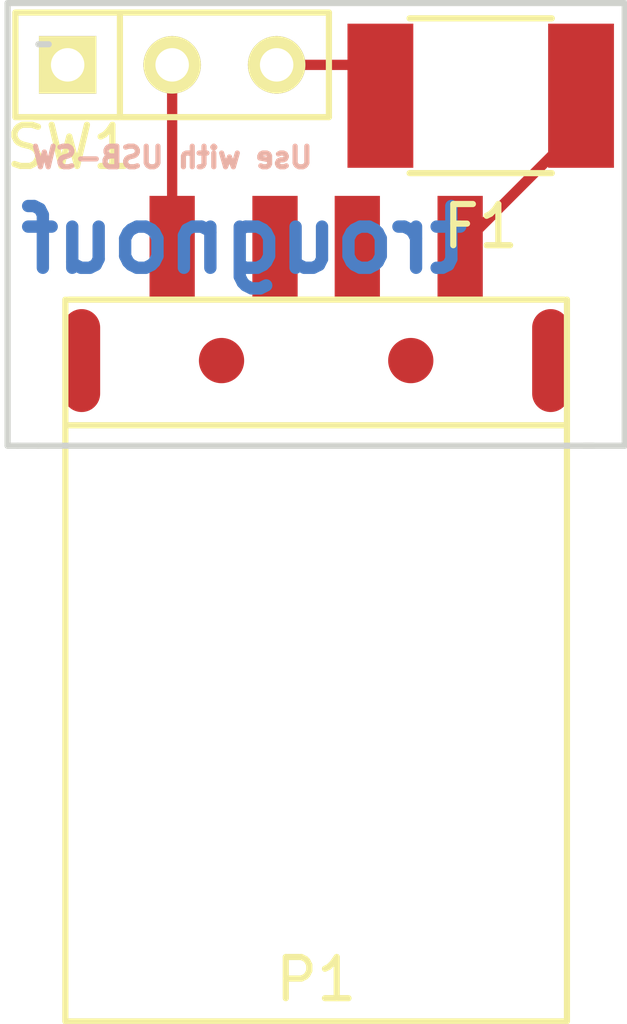
<source format=kicad_pcb>
(kicad_pcb (version 4) (host pcbnew 4.0.1-stable)

  (general
    (links 4)
    (no_connects 1)
    (area 141.924999 105.174999 155.575001 115.075001)
    (thickness 1.6)
    (drawings 13)
    (tracks 6)
    (zones 0)
    (modules 3)
    (nets 8)
  )

  (page A4)
  (layers
    (0 F.Cu signal)
    (31 B.Cu signal)
    (32 B.Adhes user)
    (33 F.Adhes user)
    (34 B.Paste user)
    (35 F.Paste user)
    (36 B.SilkS user)
    (37 F.SilkS user)
    (38 B.Mask user)
    (39 F.Mask user)
    (40 Dwgs.User user)
    (41 Cmts.User user)
    (42 Eco1.User user)
    (43 Eco2.User user)
    (44 Edge.Cuts user)
    (45 Margin user)
    (46 B.CrtYd user)
    (47 F.CrtYd user)
    (48 B.Fab user)
    (49 F.Fab user)
  )

  (setup
    (last_trace_width 0.25)
    (trace_clearance 0.2)
    (zone_clearance 0.508)
    (zone_45_only no)
    (trace_min 0.2)
    (segment_width 0.2)
    (edge_width 0.15)
    (via_size 0.6)
    (via_drill 0.4)
    (via_min_size 0.4)
    (via_min_drill 0.3)
    (uvia_size 0.3)
    (uvia_drill 0.1)
    (uvias_allowed no)
    (uvia_min_size 0.2)
    (uvia_min_drill 0.1)
    (pcb_text_width 0.3)
    (pcb_text_size 1.5 1.5)
    (mod_edge_width 0.15)
    (mod_text_size 1 1)
    (mod_text_width 0.15)
    (pad_size 1.524 1.524)
    (pad_drill 0.762)
    (pad_to_mask_clearance 0.2)
    (aux_axis_origin 0 0)
    (visible_elements FFFFFF7F)
    (pcbplotparams
      (layerselection 0x00030_80000001)
      (usegerberextensions false)
      (excludeedgelayer true)
      (linewidth 0.100000)
      (plotframeref false)
      (viasonmask false)
      (mode 1)
      (useauxorigin false)
      (hpglpennumber 1)
      (hpglpenspeed 20)
      (hpglpendiameter 15)
      (hpglpenoverlay 2)
      (psnegative false)
      (psa4output false)
      (plotreference true)
      (plotvalue true)
      (plotinvisibletext false)
      (padsonsilk false)
      (subtractmaskfromsilk false)
      (outputformat 1)
      (mirror false)
      (drillshape 1)
      (scaleselection 1)
      (outputdirectory ""))
  )

  (net 0 "")
  (net 1 "Net-(F1-Pad1)")
  (net 2 "Net-(F1-Pad2)")
  (net 3 "Net-(P1-Pad5)")
  (net 4 "Net-(P1-Pad4)")
  (net 5 "Net-(P1-Pad3)")
  (net 6 "Net-(P1-Pad2)")
  (net 7 "Net-(SW1-Pad1)")

  (net_class Default "This is the default net class."
    (clearance 0.2)
    (trace_width 0.25)
    (via_dia 0.6)
    (via_drill 0.4)
    (uvia_dia 0.3)
    (uvia_drill 0.1)
    (add_net "Net-(F1-Pad1)")
    (add_net "Net-(F1-Pad2)")
    (add_net "Net-(P1-Pad2)")
    (add_net "Net-(P1-Pad3)")
    (add_net "Net-(P1-Pad4)")
    (add_net "Net-(P1-Pad5)")
    (add_net "Net-(SW1-Pad1)")
  )

  (module Buttons_Switches_ThroughHole:SW_Micro_SPST (layer F.Cu) (tedit 5689988D) (tstamp 56887E8D)
    (at 145.25 105.75)
    (tags "Switch Micro SPST")
    (path /56887A40)
    (fp_text reference SW1 (at -2.5 2 180) (layer F.SilkS)
      (effects (font (size 1 1) (thickness 0.15)))
    )
    (fp_text value Switch_SPDT_x2 (at 0.025 2.45) (layer F.Fab) hide
      (effects (font (size 1 1) (thickness 0.15)))
    )
    (fp_line (start -3.81 1.27) (end -3.81 -1.27) (layer F.SilkS) (width 0.15))
    (fp_line (start -3.81 -1.27) (end 3.81 -1.27) (layer F.SilkS) (width 0.15))
    (fp_line (start 3.81 -1.27) (end 3.81 1.27) (layer F.SilkS) (width 0.15))
    (fp_line (start 3.81 1.27) (end -3.81 1.27) (layer F.SilkS) (width 0.15))
    (fp_line (start -1.27 -1.27) (end -1.27 1.27) (layer F.SilkS) (width 0.15))
    (pad 1 thru_hole rect (at -2.54 0) (size 1.397 1.397) (drill 0.8128) (layers *.Cu *.Mask F.SilkS)
      (net 7 "Net-(SW1-Pad1)"))
    (pad 2 thru_hole circle (at 0 0) (size 1.397 1.397) (drill 0.8128) (layers *.Cu *.Mask F.SilkS)
      (net 4 "Net-(P1-Pad4)"))
    (pad 3 thru_hole circle (at 2.54 0) (size 1.397 1.397) (drill 0.8128) (layers *.Cu *.Mask F.SilkS)
      (net 2 "Net-(F1-Pad2)"))
    (model Buttons_Switches_ThroughHole.3dshapes/SW_Micro_SPST.wrl
      (at (xyz 0 0 0))
      (scale (xyz 0.33 0.33 0.33))
      (rotate (xyz 0 0 0))
    )
  )

  (module con-trougnouf:USB_A (layer F.Cu) (tedit 56899873) (tstamp 56887E86)
    (at 148.75 114.5)
    (path /568879CB)
    (fp_text reference P1 (at 0 13.462) (layer F.SilkS)
      (effects (font (size 1 1) (thickness 0.15)))
    )
    (fp_text value USB_A (at -5.25 -3.75 180) (layer F.Fab)
      (effects (font (size 1 1) (thickness 0.15)))
    )
    (fp_line (start 6.025 0.004) (end -6.025 0.004) (layer F.SilkS) (width 0.15))
    (fp_line (start 6.096 -3.048) (end 6.096 14.478) (layer F.SilkS) (width 0.15))
    (fp_line (start -6.096 -3.048) (end -6.096 14.478) (layer F.SilkS) (width 0.15))
    (fp_line (start 6.025 14.482) (end -6.025 14.482) (layer F.SilkS) (width 0.15))
    (fp_line (start 6.025 -3.048) (end -6.025 -3.048) (layer F.SilkS) (width 0.15))
    (pad 5 smd oval (at 5.7 -1.568) (size 0.9 2.5) (layers F.Cu F.Paste F.Mask)
      (net 3 "Net-(P1-Pad5)"))
    (pad "" smd circle (at 2.3 -1.568) (size 1.1 1.1) (layers F.Cu F.Paste F.Mask))
    (pad 4 smd rect (at -3.5 -4.318) (size 1.1 2.5) (layers F.Cu F.Paste F.Mask)
      (net 4 "Net-(P1-Pad4)"))
    (pad 3 smd rect (at -1 -4.318) (size 1.1 2.5) (layers F.Cu F.Paste F.Mask)
      (net 5 "Net-(P1-Pad3)"))
    (pad 2 smd rect (at 1 -4.318) (size 1.1 2.5) (layers F.Cu F.Paste F.Mask)
      (net 6 "Net-(P1-Pad2)"))
    (pad 1 smd rect (at 3.5 -4.318) (size 1.1 2.5) (layers F.Cu F.Paste F.Mask)
      (net 1 "Net-(F1-Pad1)"))
    (pad "" smd circle (at -2.3 -1.568) (size 1.1 1.1) (layers F.Cu F.Paste F.Mask))
    (pad 5 smd oval (at -5.7 -1.568) (size 0.9 2.5) (layers F.Cu F.Paste F.Mask)
      (net 3 "Net-(P1-Pad5)"))
  )

  (module Resistors_SMD:R_1812 (layer F.Cu) (tedit 56899897) (tstamp 5689961D)
    (at 152.75 106.5 180)
    (descr "Resistor SMD 1812, flow soldering, Panasonic (see ERJ12)")
    (tags "resistor 1812")
    (path /56887A87)
    (attr smd)
    (fp_text reference F1 (at 0 -3.175 180) (layer F.SilkS)
      (effects (font (size 1 1) (thickness 0.15)))
    )
    (fp_text value PPTC (at -1.5 -3 180) (layer F.Fab)
      (effects (font (size 1 1) (thickness 0.15)))
    )
    (fp_line (start -3.5052 -2.2352) (end 3.5052 -2.2352) (layer F.CrtYd) (width 0.05))
    (fp_line (start 3.5052 -2.2352) (end 3.5052 2.2352) (layer F.CrtYd) (width 0.05))
    (fp_line (start 3.5052 2.2352) (end -3.5052 2.2352) (layer F.CrtYd) (width 0.05))
    (fp_line (start -3.5052 2.2352) (end -3.5052 -2.2352) (layer F.CrtYd) (width 0.05))
    (fp_line (start -1.7272 1.8796) (end 1.7272 1.8796) (layer F.SilkS) (width 0.15))
    (fp_line (start -1.7272 -1.8796) (end 1.7272 -1.8796) (layer F.SilkS) (width 0.15))
    (pad 1 smd rect (at -2.4384 0 180) (size 1.6 3.5) (layers F.Cu F.Paste F.Mask)
      (net 1 "Net-(F1-Pad1)"))
    (pad 2 smd rect (at 2.4384 0 180) (size 1.6 3.5) (layers F.Cu F.Paste F.Mask)
      (net 2 "Net-(F1-Pad2)"))
  )

  (gr_arc (start 154.25 105.5) (end 155.75 109) (angle 120) (layer B.Mask) (width 0.2))
  (gr_circle (center 152.75 105.5) (end 153 106.25) (layer B.Mask) (width 0.2))
  (gr_circle (center 154.75 106.25) (end 155.25 106.5) (layer B.Mask) (width 0.2))
  (gr_line (start 156.25 115) (end 155.25 115) (angle 90) (layer Edge.Cuts) (width 0.15))
  (gr_line (start 156.25 104.25) (end 156.25 115) (angle 90) (layer Edge.Cuts) (width 0.15))
  (gr_line (start 141.25 104.25) (end 156.25 104.25) (angle 90) (layer Edge.Cuts) (width 0.15))
  (gr_line (start 141.25 115) (end 141.25 104.25) (angle 90) (layer Edge.Cuts) (width 0.15))
  (gr_line (start 141.5 115) (end 141.25 115) (angle 90) (layer Edge.Cuts) (width 0.15))
  (gr_line (start 142 115) (end 141.5 115) (angle 90) (layer Edge.Cuts) (width 0.15))
  (gr_line (start 142.25 105.25) (end 142 105.25) (angle 90) (layer Edge.Cuts) (width 0.15))
  (gr_line (start 155.5 115) (end 142 115) (angle 90) (layer Edge.Cuts) (width 0.15))
  (gr_text "Use with USB-SW" (at 145.25 108) (layer B.SilkS)
    (effects (font (size 0.5 0.5) (thickness 0.125)) (justify mirror))
  )
  (gr_text trougnouf (at 147 110) (layer B.Cu)
    (effects (font (size 1.5 1.5) (thickness 0.3)) (justify mirror))
  )

  (segment (start 155.1884 106.5) (end 155.1884 107.2436) (width 0.25) (layer F.Cu) (net 1) (status C00000))
  (segment (start 155.1884 107.2436) (end 152.25 110.182) (width 0.25) (layer F.Cu) (net 1) (tstamp 56899849) (status C00000))
  (segment (start 147.79 105.75) (end 149.5616 105.75) (width 0.25) (layer F.Cu) (net 2) (status C00000))
  (segment (start 149.5616 105.75) (end 150.3116 106.5) (width 0.25) (layer F.Cu) (net 2) (tstamp 56899800) (status C00000))
  (segment (start 145.25 105.75) (end 145.25 110.182) (width 0.25) (layer F.Cu) (net 4) (status C00000))
  (segment (start 145.25 109) (end 145.25 110.182) (width 0.25) (layer F.Cu) (net 4) (tstamp 5688820E))

)

</source>
